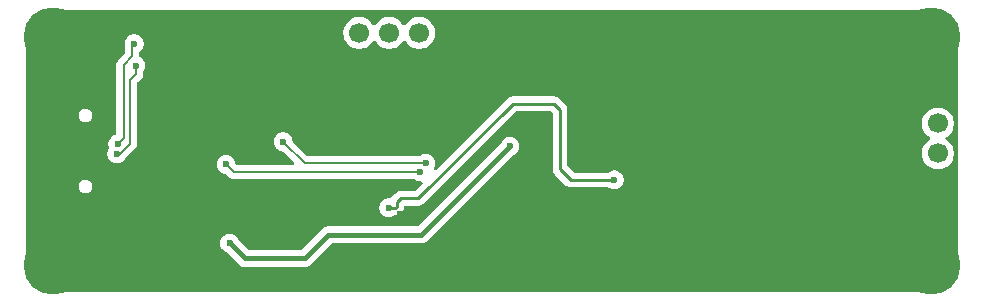
<source format=gbr>
%TF.GenerationSoftware,KiCad,Pcbnew,9.0.7*%
%TF.CreationDate,2026-02-18T00:38:32-05:00*%
%TF.ProjectId,RedPink_STM32C09_Board,52656450-696e-46b5-9f53-544d33324330,rev?*%
%TF.SameCoordinates,Original*%
%TF.FileFunction,Copper,L2,Bot*%
%TF.FilePolarity,Positive*%
%FSLAX46Y46*%
G04 Gerber Fmt 4.6, Leading zero omitted, Abs format (unit mm)*
G04 Created by KiCad (PCBNEW 9.0.7) date 2026-02-18 00:38:32*
%MOMM*%
%LPD*%
G01*
G04 APERTURE LIST*
%TA.AperFunction,ComponentPad*%
%ADD10R,1.700000X1.700000*%
%TD*%
%TA.AperFunction,ComponentPad*%
%ADD11C,1.700000*%
%TD*%
%TA.AperFunction,ComponentPad*%
%ADD12C,5.000000*%
%TD*%
%TA.AperFunction,ViaPad*%
%ADD13C,0.600000*%
%TD*%
%TA.AperFunction,Conductor*%
%ADD14C,0.250000*%
%TD*%
%TA.AperFunction,Conductor*%
%ADD15C,0.450000*%
%TD*%
%TA.AperFunction,Conductor*%
%ADD16C,0.200000*%
%TD*%
G04 APERTURE END LIST*
D10*
%TO.P,J4,1,Pin_1*%
%TO.N,VSS*%
X189500000Y-70250000D03*
D11*
%TO.P,J4,2,Pin_2*%
%TO.N,CANL*%
X189500000Y-67710000D03*
%TO.P,J4,3,Pin_3*%
%TO.N,CANH*%
X189500000Y-65170000D03*
%TD*%
D12*
%TO.P,H4,1,1*%
%TO.N,VSS*%
X114575000Y-77175000D03*
%TD*%
D10*
%TO.P,J2,1,Pin_1*%
%TO.N,VSS*%
X137965000Y-57500000D03*
D11*
%TO.P,J2,2,Pin_2*%
%TO.N,SWCLK*%
X140505000Y-57500000D03*
%TO.P,J2,3,Pin_3*%
%TO.N,SWDIO*%
X143045000Y-57500000D03*
%TO.P,J2,4,Pin_4*%
%TO.N,3V3*%
X145585000Y-57500000D03*
%TD*%
D12*
%TO.P,H3,1,1*%
%TO.N,VSS*%
X114575000Y-57825000D03*
%TD*%
%TO.P,H2,1,1*%
%TO.N,VSS*%
X188925000Y-77175000D03*
%TD*%
%TO.P,H1,1,1*%
%TO.N,VSS*%
X188925000Y-57825000D03*
%TD*%
D13*
%TO.N,VSS*%
X185150000Y-76000000D03*
X184400000Y-76725000D03*
X185168750Y-76725000D03*
X185168750Y-78275000D03*
X184400000Y-77450000D03*
X185168750Y-77450000D03*
X184400000Y-78275000D03*
X184381250Y-76000000D03*
X165703524Y-71505244D03*
X170316024Y-71505244D03*
X173397274Y-71505244D03*
X171859774Y-71505244D03*
X168778524Y-71505244D03*
X175703524Y-71505244D03*
X172628524Y-71505244D03*
X177241024Y-71505244D03*
X167241024Y-71505244D03*
X174934774Y-71505244D03*
X164934774Y-71505244D03*
X171084774Y-71505244D03*
X168009774Y-71505244D03*
X166472274Y-71505244D03*
X169547274Y-71505244D03*
X178009774Y-71505244D03*
X174166024Y-71505244D03*
X176472274Y-71505244D03*
X151843750Y-71500000D03*
X156456250Y-71500000D03*
X159537500Y-71500000D03*
X158000000Y-71500000D03*
X154918750Y-71500000D03*
X161843750Y-71500000D03*
X158768750Y-71500000D03*
X163381250Y-71500000D03*
X153381250Y-71500000D03*
X161075000Y-71500000D03*
X151075000Y-71500000D03*
X157225000Y-71500000D03*
X154150000Y-71500000D03*
X152612500Y-71500000D03*
X155687500Y-71500000D03*
X164150000Y-71500000D03*
X160306250Y-71500000D03*
X162612500Y-71500000D03*
X148756250Y-58175000D03*
X131706250Y-57475000D03*
X184856250Y-56725000D03*
X158737500Y-56725000D03*
X120318750Y-76375000D03*
X147925000Y-75325000D03*
X168656250Y-57450000D03*
X184106250Y-57450000D03*
X124162500Y-76375000D03*
X181800000Y-57450000D03*
X157218750Y-59000000D03*
X121087500Y-76375000D03*
X152600000Y-58175000D03*
X138431250Y-59818750D03*
X132475000Y-58200000D03*
X119568750Y-78650000D03*
X130168750Y-57475000D03*
X161043750Y-56725000D03*
X123400000Y-61925000D03*
X181800000Y-59000000D03*
X130168750Y-58200000D03*
X183337500Y-58175000D03*
X154137500Y-59000000D03*
X149525000Y-59000000D03*
X121106250Y-77100000D03*
X154118750Y-56725000D03*
X172500000Y-58175000D03*
X151831250Y-58175000D03*
X131687500Y-56750000D03*
X118800000Y-78650000D03*
X156450000Y-57450000D03*
X167100000Y-56725000D03*
X184106250Y-59000000D03*
X121025000Y-68950000D03*
X179775000Y-66250000D03*
X133225000Y-56750000D03*
X183337500Y-57450000D03*
X123393750Y-76375000D03*
X184087500Y-56725000D03*
X131706250Y-58200000D03*
X182568750Y-57450000D03*
X150293750Y-58175000D03*
X156450000Y-58175000D03*
X151043750Y-56725000D03*
X123200000Y-56700000D03*
X157218750Y-58175000D03*
X160293750Y-59000000D03*
X118031250Y-78650000D03*
X180243750Y-56725000D03*
X153350000Y-56725000D03*
X122643750Y-78650000D03*
X181800000Y-58175000D03*
X114050000Y-73725000D03*
X171712500Y-56725000D03*
X119568750Y-77825000D03*
X170193750Y-59000000D03*
X134012500Y-59025000D03*
X118031250Y-77825000D03*
X157987500Y-59000000D03*
X179493750Y-59000000D03*
X151831250Y-57450000D03*
X170943750Y-56725000D03*
X132456250Y-56750000D03*
X166706146Y-69880187D03*
X130937500Y-57475000D03*
X164025000Y-59500000D03*
X161062500Y-58175000D03*
X130918750Y-56750000D03*
X114050000Y-61000000D03*
X157987500Y-57450000D03*
X121875000Y-78650000D03*
X161812500Y-56725000D03*
X143925000Y-72825000D03*
X169425000Y-57450000D03*
X123412500Y-77100000D03*
X133243750Y-58200000D03*
X151062500Y-57450000D03*
X119500000Y-63750000D03*
X170175000Y-56725000D03*
X161831250Y-59000000D03*
X124181250Y-77100000D03*
X167118750Y-57450000D03*
X183337500Y-59000000D03*
X169425000Y-58175000D03*
X124181250Y-77825000D03*
X130937500Y-58200000D03*
X178725000Y-57450000D03*
X161831250Y-58175000D03*
X171731250Y-57450000D03*
X121856250Y-76375000D03*
X133993750Y-56750000D03*
X153368750Y-59000000D03*
X133675000Y-65400000D03*
X131706250Y-59025000D03*
X184875000Y-58175000D03*
X157987500Y-58175000D03*
X150293750Y-59000000D03*
X161062500Y-57450000D03*
X149506250Y-56725000D03*
X132475000Y-59025000D03*
X156431250Y-56725000D03*
X168656250Y-58175000D03*
X154525000Y-64500000D03*
X130150000Y-56750000D03*
X167118750Y-59000000D03*
X167868750Y-56725000D03*
X121106250Y-78650000D03*
X170962500Y-59000000D03*
X167887500Y-59000000D03*
X181781250Y-56725000D03*
X151812500Y-56725000D03*
X134012500Y-57475000D03*
X150293750Y-57450000D03*
X159525000Y-58175000D03*
X159506250Y-56725000D03*
X118781250Y-76375000D03*
X167887500Y-58175000D03*
X119650000Y-71475000D03*
X133243750Y-59025000D03*
X180262500Y-57450000D03*
X166350000Y-57450000D03*
X148756250Y-59000000D03*
X123412500Y-78650000D03*
X178706250Y-56725000D03*
X168656250Y-59000000D03*
X159525000Y-57450000D03*
X132475000Y-57475000D03*
X184106250Y-58175000D03*
X151831250Y-59000000D03*
X170962500Y-58175000D03*
X169406250Y-56725000D03*
X130168750Y-59025000D03*
X150275000Y-56725000D03*
X181012500Y-56725000D03*
X119568750Y-77100000D03*
X118000000Y-73775000D03*
X154906250Y-59000000D03*
X125312500Y-66562500D03*
X118800000Y-77825000D03*
X157218750Y-57450000D03*
X157200000Y-56725000D03*
X182568750Y-59000000D03*
X152600000Y-57450000D03*
X149525000Y-57450000D03*
X120337500Y-77100000D03*
X118031250Y-77100000D03*
X154137500Y-57450000D03*
X168637500Y-56725000D03*
X134025000Y-74975000D03*
X123412500Y-77825000D03*
X148737500Y-56725000D03*
X179493750Y-57450000D03*
X140725000Y-76250000D03*
X155681250Y-58175000D03*
X183318750Y-56725000D03*
X154137500Y-58175000D03*
X178725000Y-58175000D03*
X166350000Y-58175000D03*
X148400000Y-73800000D03*
X127275000Y-75175000D03*
X154906250Y-57450000D03*
X155681250Y-57450000D03*
X167118750Y-58175000D03*
X170962500Y-57450000D03*
X124181250Y-78650000D03*
X122643750Y-77825000D03*
X121106250Y-77825000D03*
X122643750Y-77100000D03*
X153368750Y-57450000D03*
X160293750Y-57450000D03*
X117975000Y-60925000D03*
X122625000Y-76375000D03*
X160293750Y-58175000D03*
X182568750Y-58175000D03*
X159525000Y-59000000D03*
X180262500Y-58175000D03*
X180262500Y-59000000D03*
X120337500Y-78650000D03*
X152600000Y-59000000D03*
X182550000Y-56725000D03*
X167887500Y-57450000D03*
X184875000Y-57450000D03*
X133243750Y-57475000D03*
X179475000Y-56725000D03*
X181031250Y-58175000D03*
X170193750Y-58175000D03*
X148756250Y-57450000D03*
X155681250Y-59000000D03*
X151062500Y-59000000D03*
X154906250Y-58175000D03*
X172500000Y-59000000D03*
X155662500Y-56725000D03*
X171731250Y-59000000D03*
X119550000Y-76375000D03*
X149525000Y-58175000D03*
X178725000Y-59000000D03*
X156275000Y-64500000D03*
X158756250Y-57450000D03*
X172500000Y-57450000D03*
X158756250Y-58175000D03*
X158756250Y-59000000D03*
X179493750Y-58175000D03*
X121875000Y-77100000D03*
X171731250Y-58175000D03*
X160275000Y-56725000D03*
X130937500Y-59025000D03*
X157968750Y-56725000D03*
X153368750Y-58175000D03*
X166350000Y-59000000D03*
X152581250Y-56725000D03*
X161062500Y-59000000D03*
X118012500Y-76375000D03*
X184875000Y-59000000D03*
X121875000Y-77825000D03*
X154887500Y-56725000D03*
X181031250Y-57450000D03*
X170193750Y-57450000D03*
X120337500Y-77825000D03*
X172481250Y-56725000D03*
X140000000Y-75550000D03*
X134012500Y-58200000D03*
X151062500Y-58175000D03*
X181031250Y-59000000D03*
X169425000Y-59000000D03*
X166331250Y-56725000D03*
X161831250Y-57450000D03*
X156450000Y-59000000D03*
X118800000Y-77100000D03*
%TO.N,5V*%
X153261510Y-67102518D03*
X129525000Y-75300000D03*
%TO.N,3V3*%
X143000000Y-72300000D03*
X162100000Y-69950000D03*
%TO.N,D+1*%
X120075000Y-66875000D03*
X121450000Y-58425000D03*
%TO.N,D-1*%
X119975000Y-67750000D03*
X121600000Y-60275000D03*
%TO.N,TXD*%
X129225000Y-68625000D03*
X145650000Y-69275000D03*
%TO.N,RXD*%
X146150000Y-68525000D03*
X134062500Y-66712500D03*
%TD*%
D14*
%TO.N,3V3*%
X158450000Y-69950000D02*
X162100000Y-69950000D01*
X157500000Y-69000000D02*
X158450000Y-69950000D01*
X157500000Y-64000000D02*
X157500000Y-69000000D01*
X153500000Y-63500000D02*
X157000000Y-63500000D01*
X157000000Y-63500000D02*
X157500000Y-64000000D01*
X143665702Y-72199000D02*
X143665702Y-71834298D01*
X143564702Y-72300000D02*
X143665702Y-72199000D01*
X143665702Y-71834298D02*
X144000000Y-71500000D01*
X144000000Y-71500000D02*
X145500000Y-71500000D01*
X143000000Y-72300000D02*
X143564702Y-72300000D01*
X145500000Y-71500000D02*
X153500000Y-63500000D01*
D15*
%TO.N,5V*%
X135900000Y-76600000D02*
X137900000Y-74600000D01*
X130825000Y-76600000D02*
X135900000Y-76600000D01*
X146607014Y-73757014D02*
X147194514Y-73169514D01*
X137900000Y-74600000D02*
X145764028Y-74600000D01*
X129525000Y-75300000D02*
X130825000Y-76600000D01*
X147100000Y-73264028D02*
X147194514Y-73169514D01*
X145764028Y-74600000D02*
X146182014Y-74182014D01*
X146182014Y-74182014D02*
X146607014Y-73757014D01*
X147194514Y-73169514D02*
X153261510Y-67102518D01*
D16*
%TO.N,D+1*%
X121300000Y-59462500D02*
X120550000Y-60212500D01*
X120550000Y-66400000D02*
X120075000Y-66875000D01*
X121300000Y-58575000D02*
X121300000Y-59462500D01*
X121450000Y-58425000D02*
X121300000Y-58575000D01*
X120550000Y-60212500D02*
X120550000Y-66400000D01*
%TO.N,D-1*%
X120225000Y-67750000D02*
X119975000Y-67750000D01*
X121600000Y-60962500D02*
X121100000Y-61462500D01*
X121600000Y-60275000D02*
X121600000Y-60962500D01*
X121100000Y-61462500D02*
X121100000Y-66875000D01*
X121100000Y-66875000D02*
X120225000Y-67750000D01*
%TO.N,TXD*%
X145650000Y-69275000D02*
X129875000Y-69275000D01*
X129875000Y-69275000D02*
X129225000Y-68625000D01*
X129225000Y-68625000D02*
X129175000Y-68575000D01*
%TO.N,RXD*%
X135875000Y-68525000D02*
X134062500Y-66712500D01*
X146150000Y-68525000D02*
X135875000Y-68525000D01*
X134062500Y-66712500D02*
X134050000Y-66700000D01*
%TD*%
%TA.AperFunction,Conductor*%
%TO.N,VSS*%
G36*
X189235760Y-55552531D02*
G01*
X189340798Y-55571780D01*
X189355335Y-55575363D01*
X189629172Y-55660695D01*
X189643163Y-55666000D01*
X189904743Y-55783727D01*
X189917989Y-55790680D01*
X190163465Y-55939075D01*
X190175776Y-55947573D01*
X190401573Y-56124473D01*
X190412781Y-56134403D01*
X190615596Y-56337218D01*
X190625526Y-56348426D01*
X190802422Y-56574217D01*
X190810928Y-56586540D01*
X190959316Y-56832004D01*
X190966275Y-56845263D01*
X191083997Y-57106831D01*
X191089306Y-57120832D01*
X191174635Y-57394663D01*
X191178219Y-57409201D01*
X191222469Y-57650660D01*
X191224500Y-57673012D01*
X191224500Y-77326986D01*
X191222469Y-77349338D01*
X191178219Y-77590798D01*
X191174635Y-77605336D01*
X191089306Y-77879167D01*
X191083997Y-77893168D01*
X190966275Y-78154736D01*
X190959316Y-78167995D01*
X190810928Y-78413459D01*
X190802422Y-78425782D01*
X190625526Y-78651573D01*
X190615596Y-78662781D01*
X190412781Y-78865596D01*
X190401573Y-78875526D01*
X190175782Y-79052422D01*
X190163459Y-79060928D01*
X189917995Y-79209316D01*
X189904736Y-79216275D01*
X189643168Y-79333997D01*
X189629167Y-79339306D01*
X189355336Y-79424635D01*
X189340799Y-79428219D01*
X189259004Y-79443209D01*
X189235758Y-79447469D01*
X189213408Y-79449500D01*
X114286592Y-79449500D01*
X114264241Y-79447469D01*
X114235870Y-79442270D01*
X114159200Y-79428219D01*
X114144663Y-79424635D01*
X113870832Y-79339306D01*
X113856831Y-79333997D01*
X113595263Y-79216275D01*
X113582004Y-79209316D01*
X113336540Y-79060928D01*
X113324217Y-79052422D01*
X113098426Y-78875526D01*
X113087218Y-78865596D01*
X112884403Y-78662781D01*
X112874473Y-78651573D01*
X112697577Y-78425782D01*
X112689075Y-78413465D01*
X112540680Y-78167989D01*
X112533727Y-78154743D01*
X112416000Y-77893163D01*
X112410693Y-77879167D01*
X112331115Y-77623791D01*
X112325500Y-77586901D01*
X112325500Y-75221153D01*
X128724500Y-75221153D01*
X128724500Y-75378846D01*
X128755261Y-75533489D01*
X128755264Y-75533501D01*
X128815602Y-75679172D01*
X128815609Y-75679185D01*
X128903210Y-75810288D01*
X128903213Y-75810292D01*
X129014707Y-75921786D01*
X129014711Y-75921789D01*
X129145817Y-76009392D01*
X129145819Y-76009392D01*
X129145821Y-76009394D01*
X129229830Y-76044191D01*
X129270059Y-76071071D01*
X130362515Y-77163528D01*
X130362522Y-77163534D01*
X130481344Y-77242928D01*
X130481349Y-77242930D01*
X130613380Y-77297619D01*
X130613384Y-77297619D01*
X130613385Y-77297620D01*
X130753542Y-77325500D01*
X130753545Y-77325500D01*
X135971457Y-77325500D01*
X136065751Y-77306742D01*
X136111620Y-77297619D01*
X136243653Y-77242929D01*
X136318099Y-77193186D01*
X136362480Y-77163532D01*
X138164193Y-75361819D01*
X138225516Y-75328334D01*
X138251874Y-75325500D01*
X145835485Y-75325500D01*
X145929779Y-75306742D01*
X145975648Y-75297619D01*
X146107681Y-75242929D01*
X146140264Y-75221158D01*
X146226508Y-75163532D01*
X146745546Y-74644494D01*
X146745546Y-74644493D01*
X147059284Y-74330753D01*
X147059289Y-74330750D01*
X147069492Y-74320546D01*
X147069494Y-74320546D01*
X147758046Y-73631994D01*
X153516451Y-67873587D01*
X153556673Y-67846711D01*
X153640689Y-67811912D01*
X153771799Y-67724307D01*
X153883299Y-67612807D01*
X153970904Y-67481697D01*
X154031247Y-67336015D01*
X154062010Y-67181360D01*
X154062010Y-67023676D01*
X154062010Y-67023673D01*
X154062009Y-67023671D01*
X154048119Y-66953842D01*
X154031247Y-66869021D01*
X154022365Y-66847577D01*
X153970907Y-66723345D01*
X153970900Y-66723332D01*
X153883299Y-66592229D01*
X153883296Y-66592225D01*
X153771802Y-66480731D01*
X153771798Y-66480728D01*
X153640695Y-66393127D01*
X153640682Y-66393120D01*
X153495011Y-66332782D01*
X153494999Y-66332779D01*
X153340355Y-66302018D01*
X153340352Y-66302018D01*
X153182668Y-66302018D01*
X153182665Y-66302018D01*
X153028020Y-66332779D01*
X153028008Y-66332782D01*
X152882337Y-66393120D01*
X152882324Y-66393127D01*
X152751221Y-66480728D01*
X152751217Y-66480731D01*
X152639723Y-66592225D01*
X152639720Y-66592229D01*
X152552119Y-66723332D01*
X152552116Y-66723338D01*
X152517317Y-66807350D01*
X152490437Y-66847577D01*
X146732034Y-72605982D01*
X146043480Y-73294536D01*
X145702093Y-73635922D01*
X145702092Y-73635923D01*
X145499835Y-73838181D01*
X145438512Y-73871666D01*
X145412154Y-73874500D01*
X137828543Y-73874500D01*
X137688385Y-73902379D01*
X137688379Y-73902381D01*
X137556348Y-73957070D01*
X137437517Y-74036469D01*
X137437516Y-74036470D01*
X135635807Y-75838181D01*
X135574484Y-75871666D01*
X135548126Y-75874500D01*
X131176874Y-75874500D01*
X131109835Y-75854815D01*
X131089193Y-75838181D01*
X130296071Y-75045059D01*
X130269191Y-75004830D01*
X130234396Y-74920827D01*
X130234394Y-74920821D01*
X130234392Y-74920819D01*
X130234392Y-74920817D01*
X130146789Y-74789711D01*
X130146786Y-74789707D01*
X130035292Y-74678213D01*
X130035288Y-74678210D01*
X129904185Y-74590609D01*
X129904172Y-74590602D01*
X129758501Y-74530264D01*
X129758489Y-74530261D01*
X129603845Y-74499500D01*
X129603842Y-74499500D01*
X129446158Y-74499500D01*
X129446155Y-74499500D01*
X129291510Y-74530261D01*
X129291498Y-74530264D01*
X129145827Y-74590602D01*
X129145814Y-74590609D01*
X129014711Y-74678210D01*
X129014707Y-74678213D01*
X128903213Y-74789707D01*
X128903210Y-74789711D01*
X128815609Y-74920814D01*
X128815602Y-74920827D01*
X128755264Y-75066498D01*
X128755261Y-75066510D01*
X128724500Y-75221153D01*
X112325500Y-75221153D01*
X112325500Y-70424234D01*
X116762500Y-70424234D01*
X116762500Y-70575765D01*
X116801719Y-70722136D01*
X116839602Y-70787750D01*
X116877485Y-70853365D01*
X116984635Y-70960515D01*
X117115865Y-71036281D01*
X117262234Y-71075500D01*
X117262236Y-71075500D01*
X117413764Y-71075500D01*
X117413766Y-71075500D01*
X117560135Y-71036281D01*
X117691365Y-70960515D01*
X117798515Y-70853365D01*
X117874281Y-70722135D01*
X117913500Y-70575766D01*
X117913500Y-70424234D01*
X117874281Y-70277865D01*
X117798515Y-70146635D01*
X117691365Y-70039485D01*
X117625750Y-70001602D01*
X117560136Y-69963719D01*
X117486950Y-69944109D01*
X117413766Y-69924500D01*
X117262234Y-69924500D01*
X117115863Y-69963719D01*
X116984635Y-70039485D01*
X116984632Y-70039487D01*
X116877487Y-70146632D01*
X116877485Y-70146635D01*
X116801719Y-70277863D01*
X116762500Y-70424234D01*
X112325500Y-70424234D01*
X112325500Y-67671153D01*
X119174500Y-67671153D01*
X119174500Y-67828846D01*
X119205261Y-67983489D01*
X119205264Y-67983501D01*
X119265602Y-68129172D01*
X119265609Y-68129185D01*
X119353210Y-68260288D01*
X119353213Y-68260292D01*
X119464707Y-68371786D01*
X119464711Y-68371789D01*
X119595814Y-68459390D01*
X119595827Y-68459397D01*
X119741498Y-68519735D01*
X119741503Y-68519737D01*
X119896153Y-68550499D01*
X119896156Y-68550500D01*
X119896158Y-68550500D01*
X120053844Y-68550500D01*
X120053845Y-68550499D01*
X120075694Y-68546153D01*
X128424500Y-68546153D01*
X128424500Y-68703846D01*
X128455261Y-68858489D01*
X128455264Y-68858501D01*
X128515602Y-69004172D01*
X128515609Y-69004185D01*
X128603210Y-69135288D01*
X128603213Y-69135292D01*
X128714707Y-69246786D01*
X128714711Y-69246789D01*
X128845814Y-69334390D01*
X128845827Y-69334397D01*
X128991498Y-69394735D01*
X128991503Y-69394737D01*
X129056147Y-69407595D01*
X129146849Y-69425638D01*
X129208760Y-69458023D01*
X129210339Y-69459574D01*
X129390139Y-69639374D01*
X129390149Y-69639385D01*
X129394479Y-69643715D01*
X129394480Y-69643716D01*
X129506284Y-69755520D01*
X129557847Y-69785289D01*
X129593095Y-69805639D01*
X129593097Y-69805641D01*
X129631151Y-69827611D01*
X129643215Y-69834577D01*
X129795943Y-69875501D01*
X129795946Y-69875501D01*
X129961653Y-69875501D01*
X129961669Y-69875500D01*
X145070234Y-69875500D01*
X145137273Y-69895185D01*
X145139125Y-69896398D01*
X145270814Y-69984390D01*
X145270827Y-69984397D01*
X145378138Y-70028846D01*
X145416503Y-70044737D01*
X145571078Y-70075484D01*
X145571153Y-70075499D01*
X145571156Y-70075500D01*
X145571158Y-70075500D01*
X145728831Y-70075500D01*
X145728842Y-70075500D01*
X145728852Y-70075497D01*
X145728993Y-70075484D01*
X145729077Y-70075500D01*
X145734934Y-70075500D01*
X145734934Y-70076610D01*
X145797641Y-70088496D01*
X145848356Y-70136555D01*
X145865038Y-70204404D01*
X145842390Y-70270501D01*
X145828842Y-70286567D01*
X145277229Y-70838181D01*
X145215906Y-70871666D01*
X145189548Y-70874500D01*
X143938389Y-70874500D01*
X143887535Y-70884615D01*
X143887530Y-70884616D01*
X143877971Y-70886518D01*
X143817548Y-70898537D01*
X143770397Y-70918067D01*
X143703715Y-70945688D01*
X143703714Y-70945689D01*
X143681347Y-70960633D01*
X143681344Y-70960635D01*
X143601268Y-71014140D01*
X143579129Y-71036280D01*
X143514142Y-71101267D01*
X143179846Y-71435562D01*
X143179841Y-71435568D01*
X143173948Y-71444389D01*
X143120337Y-71489195D01*
X143070845Y-71499500D01*
X142921155Y-71499500D01*
X142766510Y-71530261D01*
X142766498Y-71530264D01*
X142620827Y-71590602D01*
X142620814Y-71590609D01*
X142489711Y-71678210D01*
X142489707Y-71678213D01*
X142378213Y-71789707D01*
X142378210Y-71789711D01*
X142290609Y-71920814D01*
X142290602Y-71920827D01*
X142230264Y-72066498D01*
X142230261Y-72066510D01*
X142199500Y-72221153D01*
X142199500Y-72378846D01*
X142230261Y-72533489D01*
X142230264Y-72533501D01*
X142290602Y-72679172D01*
X142290609Y-72679185D01*
X142378210Y-72810288D01*
X142378213Y-72810292D01*
X142489707Y-72921786D01*
X142489711Y-72921789D01*
X142620814Y-73009390D01*
X142620827Y-73009397D01*
X142766498Y-73069735D01*
X142766503Y-73069737D01*
X142921153Y-73100499D01*
X142921156Y-73100500D01*
X142921158Y-73100500D01*
X143078844Y-73100500D01*
X143078845Y-73100499D01*
X143233497Y-73069737D01*
X143379179Y-73009394D01*
X143473459Y-72946398D01*
X143487715Y-72941400D01*
X143497414Y-72933929D01*
X143522404Y-72929241D01*
X143531794Y-72925950D01*
X143537061Y-72925500D01*
X143626309Y-72925500D01*
X143686731Y-72913481D01*
X143747154Y-72901463D01*
X143747157Y-72901461D01*
X143747160Y-72901461D01*
X143780489Y-72887654D01*
X143780488Y-72887654D01*
X143780494Y-72887652D01*
X143860988Y-72854312D01*
X143926871Y-72810289D01*
X143963435Y-72785858D01*
X144050560Y-72698733D01*
X144050560Y-72698732D01*
X144050561Y-72698732D01*
X144101060Y-72648232D01*
X144151560Y-72597733D01*
X144220014Y-72495285D01*
X144267165Y-72381451D01*
X144291203Y-72260606D01*
X144291203Y-72249500D01*
X144310888Y-72182461D01*
X144363692Y-72136706D01*
X144415203Y-72125500D01*
X145561608Y-72125500D01*
X145561608Y-72125499D01*
X145638245Y-72110256D01*
X145682452Y-72101463D01*
X145715792Y-72087652D01*
X145796286Y-72054312D01*
X145852802Y-72016548D01*
X145898733Y-71985858D01*
X145985858Y-71898733D01*
X145985858Y-71898731D01*
X145996066Y-71888524D01*
X145996067Y-71888521D01*
X153722772Y-64161819D01*
X153784095Y-64128334D01*
X153810453Y-64125500D01*
X156689548Y-64125500D01*
X156718988Y-64134144D01*
X156748975Y-64140668D01*
X156753990Y-64144422D01*
X156756587Y-64145185D01*
X156777229Y-64161819D01*
X156838181Y-64222771D01*
X156871666Y-64284094D01*
X156874500Y-64310452D01*
X156874500Y-69061610D01*
X156898535Y-69182444D01*
X156898537Y-69182452D01*
X156912347Y-69215792D01*
X156945688Y-69296286D01*
X156971152Y-69334394D01*
X156975428Y-69340794D01*
X156975431Y-69340799D01*
X157014141Y-69398732D01*
X157014144Y-69398736D01*
X157105586Y-69490178D01*
X157105608Y-69490198D01*
X157961016Y-70345606D01*
X157961045Y-70345637D01*
X158051264Y-70435856D01*
X158087829Y-70460288D01*
X158087831Y-70460289D01*
X158153715Y-70504312D01*
X158207198Y-70526465D01*
X158267548Y-70551463D01*
X158327971Y-70563481D01*
X158388393Y-70575500D01*
X158388394Y-70575500D01*
X161557650Y-70575500D01*
X161624689Y-70595185D01*
X161626541Y-70596398D01*
X161720821Y-70659394D01*
X161720823Y-70659395D01*
X161720827Y-70659397D01*
X161866498Y-70719735D01*
X161866503Y-70719737D01*
X162021153Y-70750499D01*
X162021156Y-70750500D01*
X162021158Y-70750500D01*
X162178844Y-70750500D01*
X162178845Y-70750499D01*
X162333497Y-70719737D01*
X162479179Y-70659394D01*
X162610289Y-70571789D01*
X162721789Y-70460289D01*
X162809394Y-70329179D01*
X162869737Y-70183497D01*
X162900500Y-70028842D01*
X162900500Y-69871158D01*
X162900500Y-69871155D01*
X162900499Y-69871153D01*
X162869737Y-69716503D01*
X162837794Y-69639385D01*
X162809397Y-69570827D01*
X162809390Y-69570814D01*
X162721789Y-69439711D01*
X162721786Y-69439707D01*
X162610292Y-69328213D01*
X162610288Y-69328210D01*
X162479185Y-69240609D01*
X162479172Y-69240602D01*
X162333501Y-69180264D01*
X162333489Y-69180261D01*
X162178845Y-69149500D01*
X162178842Y-69149500D01*
X162021158Y-69149500D01*
X162021155Y-69149500D01*
X161866510Y-69180261D01*
X161866498Y-69180264D01*
X161720827Y-69240602D01*
X161720815Y-69240609D01*
X161626541Y-69303602D01*
X161559864Y-69324480D01*
X161557650Y-69324500D01*
X158760452Y-69324500D01*
X158693413Y-69304815D01*
X158672771Y-69288181D01*
X158161819Y-68777229D01*
X158128334Y-68715906D01*
X158125500Y-68689548D01*
X158125500Y-65063713D01*
X188149500Y-65063713D01*
X188149500Y-65276286D01*
X188182753Y-65486239D01*
X188248444Y-65688414D01*
X188344951Y-65877820D01*
X188469890Y-66049786D01*
X188620213Y-66200109D01*
X188792182Y-66325050D01*
X188800946Y-66329516D01*
X188851742Y-66377491D01*
X188868536Y-66445312D01*
X188845998Y-66511447D01*
X188800946Y-66550484D01*
X188792182Y-66554949D01*
X188620213Y-66679890D01*
X188469890Y-66830213D01*
X188344951Y-67002179D01*
X188248444Y-67191585D01*
X188182753Y-67393760D01*
X188149500Y-67603713D01*
X188149500Y-67816286D01*
X188175983Y-67983497D01*
X188182754Y-68026243D01*
X188229940Y-68171467D01*
X188248444Y-68228414D01*
X188344951Y-68417820D01*
X188469890Y-68589786D01*
X188620213Y-68740109D01*
X188792179Y-68865048D01*
X188792181Y-68865049D01*
X188792184Y-68865051D01*
X188981588Y-68961557D01*
X189183757Y-69027246D01*
X189393713Y-69060500D01*
X189393714Y-69060500D01*
X189606286Y-69060500D01*
X189606287Y-69060500D01*
X189816243Y-69027246D01*
X190018412Y-68961557D01*
X190207816Y-68865051D01*
X190229789Y-68849086D01*
X190379786Y-68740109D01*
X190379788Y-68740106D01*
X190379792Y-68740104D01*
X190530104Y-68589792D01*
X190530106Y-68589788D01*
X190530109Y-68589786D01*
X190655048Y-68417820D01*
X190655047Y-68417820D01*
X190655051Y-68417816D01*
X190751557Y-68228412D01*
X190817246Y-68026243D01*
X190850500Y-67816287D01*
X190850500Y-67603713D01*
X190817246Y-67393757D01*
X190751557Y-67191588D01*
X190655051Y-67002184D01*
X190655049Y-67002181D01*
X190655048Y-67002179D01*
X190530109Y-66830213D01*
X190379786Y-66679890D01*
X190207820Y-66554951D01*
X190207115Y-66554591D01*
X190199054Y-66550485D01*
X190148259Y-66502512D01*
X190131463Y-66434692D01*
X190153999Y-66368556D01*
X190199054Y-66329515D01*
X190207816Y-66325051D01*
X190239518Y-66302018D01*
X190379786Y-66200109D01*
X190379788Y-66200106D01*
X190379792Y-66200104D01*
X190530104Y-66049792D01*
X190530106Y-66049788D01*
X190530109Y-66049786D01*
X190655048Y-65877820D01*
X190655047Y-65877820D01*
X190655051Y-65877816D01*
X190751557Y-65688412D01*
X190817246Y-65486243D01*
X190850500Y-65276287D01*
X190850500Y-65063713D01*
X190817246Y-64853757D01*
X190751557Y-64651588D01*
X190655051Y-64462184D01*
X190655049Y-64462181D01*
X190655048Y-64462179D01*
X190530109Y-64290213D01*
X190379786Y-64139890D01*
X190207820Y-64014951D01*
X190018414Y-63918444D01*
X190018413Y-63918443D01*
X190018412Y-63918443D01*
X189816243Y-63852754D01*
X189816241Y-63852753D01*
X189816240Y-63852753D01*
X189654957Y-63827208D01*
X189606287Y-63819500D01*
X189393713Y-63819500D01*
X189345042Y-63827208D01*
X189183760Y-63852753D01*
X188981585Y-63918444D01*
X188792179Y-64014951D01*
X188620213Y-64139890D01*
X188469890Y-64290213D01*
X188344951Y-64462179D01*
X188248444Y-64651585D01*
X188182753Y-64853760D01*
X188149500Y-65063713D01*
X158125500Y-65063713D01*
X158125500Y-63938389D01*
X158122737Y-63924502D01*
X158122736Y-63924497D01*
X158101464Y-63817556D01*
X158101463Y-63817549D01*
X158054312Y-63703715D01*
X158037256Y-63678190D01*
X157985858Y-63601267D01*
X157898733Y-63514142D01*
X157898729Y-63514139D01*
X157490198Y-63105608D01*
X157490178Y-63105586D01*
X157398733Y-63014141D01*
X157353325Y-62983801D01*
X157353324Y-62983800D01*
X157347509Y-62979915D01*
X157296286Y-62945688D01*
X157215792Y-62912347D01*
X157200457Y-62905995D01*
X157182453Y-62898537D01*
X157172427Y-62896543D01*
X157122029Y-62886518D01*
X157061610Y-62874500D01*
X157061607Y-62874500D01*
X157061606Y-62874500D01*
X153561606Y-62874500D01*
X153438393Y-62874500D01*
X153438388Y-62874500D01*
X153317555Y-62898535D01*
X153317547Y-62898537D01*
X153203716Y-62945687D01*
X153101265Y-63014142D01*
X153101262Y-63014145D01*
X147041154Y-69074255D01*
X146979831Y-69107740D01*
X146910139Y-69102756D01*
X146854206Y-69060884D01*
X146829789Y-68995420D01*
X146844641Y-68927147D01*
X146850372Y-68917681D01*
X146859394Y-68904179D01*
X146919737Y-68758497D01*
X146950500Y-68603842D01*
X146950500Y-68446158D01*
X146950500Y-68446155D01*
X146950499Y-68446153D01*
X146919738Y-68291510D01*
X146919737Y-68291503D01*
X146906808Y-68260289D01*
X146859397Y-68145827D01*
X146859390Y-68145814D01*
X146771789Y-68014711D01*
X146771786Y-68014707D01*
X146660292Y-67903213D01*
X146660288Y-67903210D01*
X146529185Y-67815609D01*
X146529172Y-67815602D01*
X146383501Y-67755264D01*
X146383489Y-67755261D01*
X146228845Y-67724500D01*
X146228842Y-67724500D01*
X146071158Y-67724500D01*
X146071155Y-67724500D01*
X145916510Y-67755261D01*
X145916498Y-67755264D01*
X145770827Y-67815602D01*
X145770814Y-67815609D01*
X145639125Y-67903602D01*
X145572447Y-67924480D01*
X145570234Y-67924500D01*
X136175097Y-67924500D01*
X136108058Y-67904815D01*
X136087416Y-67888181D01*
X134897074Y-66697839D01*
X134863589Y-66636516D01*
X134863138Y-66634349D01*
X134845095Y-66543647D01*
X134832237Y-66479003D01*
X134813883Y-66434692D01*
X134771897Y-66333327D01*
X134771890Y-66333314D01*
X134684289Y-66202211D01*
X134684286Y-66202207D01*
X134572792Y-66090713D01*
X134572788Y-66090710D01*
X134441685Y-66003109D01*
X134441672Y-66003102D01*
X134296001Y-65942764D01*
X134295989Y-65942761D01*
X134141345Y-65912000D01*
X134141342Y-65912000D01*
X133983658Y-65912000D01*
X133983655Y-65912000D01*
X133829010Y-65942761D01*
X133828998Y-65942764D01*
X133683327Y-66003102D01*
X133683314Y-66003109D01*
X133552211Y-66090710D01*
X133552207Y-66090713D01*
X133440713Y-66202207D01*
X133440710Y-66202211D01*
X133353109Y-66333314D01*
X133353102Y-66333327D01*
X133292764Y-66478998D01*
X133292761Y-66479010D01*
X133262000Y-66633653D01*
X133262000Y-66791346D01*
X133292761Y-66945989D01*
X133292763Y-66945997D01*
X133353102Y-67091672D01*
X133353109Y-67091685D01*
X133440710Y-67222788D01*
X133440713Y-67222792D01*
X133552207Y-67334286D01*
X133552211Y-67334289D01*
X133683314Y-67421890D01*
X133683327Y-67421897D01*
X133827682Y-67481690D01*
X133829003Y-67482237D01*
X133893647Y-67495095D01*
X133984349Y-67513138D01*
X134046260Y-67545523D01*
X134047839Y-67547074D01*
X134963584Y-68462819D01*
X134997069Y-68524142D01*
X134992085Y-68593834D01*
X134950213Y-68649767D01*
X134884749Y-68674184D01*
X134875903Y-68674500D01*
X130175097Y-68674500D01*
X130145656Y-68665855D01*
X130115670Y-68659332D01*
X130110654Y-68655577D01*
X130108058Y-68654815D01*
X130087416Y-68638181D01*
X130059574Y-68610339D01*
X130026089Y-68549016D01*
X130025638Y-68546849D01*
X129994738Y-68391510D01*
X129994737Y-68391503D01*
X129940389Y-68260294D01*
X129934397Y-68245827D01*
X129934390Y-68245814D01*
X129846789Y-68114711D01*
X129846786Y-68114707D01*
X129735292Y-68003213D01*
X129735288Y-68003210D01*
X129604185Y-67915609D01*
X129604172Y-67915602D01*
X129458501Y-67855264D01*
X129458489Y-67855261D01*
X129303845Y-67824500D01*
X129303842Y-67824500D01*
X129146158Y-67824500D01*
X129146155Y-67824500D01*
X128991510Y-67855261D01*
X128991498Y-67855264D01*
X128845827Y-67915602D01*
X128845814Y-67915609D01*
X128714711Y-68003210D01*
X128714707Y-68003213D01*
X128603213Y-68114707D01*
X128603210Y-68114711D01*
X128515609Y-68245814D01*
X128515602Y-68245827D01*
X128455264Y-68391498D01*
X128455261Y-68391510D01*
X128424500Y-68546153D01*
X120075694Y-68546153D01*
X120208497Y-68519737D01*
X120354179Y-68459394D01*
X120354185Y-68459390D01*
X120387749Y-68436964D01*
X120455792Y-68391498D01*
X120485289Y-68371789D01*
X120596789Y-68260289D01*
X120618088Y-68228412D01*
X120656138Y-68171467D01*
X120671557Y-68152678D01*
X120678421Y-68145814D01*
X120705520Y-68118716D01*
X120705521Y-68118713D01*
X121458506Y-67365728D01*
X121458511Y-67365724D01*
X121468714Y-67355520D01*
X121468716Y-67355520D01*
X121580520Y-67243716D01*
X121634915Y-67149500D01*
X121659577Y-67106785D01*
X121700501Y-66954057D01*
X121700501Y-66795943D01*
X121700501Y-66788348D01*
X121700500Y-66788330D01*
X121700500Y-61762597D01*
X121720185Y-61695558D01*
X121736819Y-61674916D01*
X122080520Y-61331216D01*
X122159577Y-61194284D01*
X122200501Y-61041557D01*
X122200501Y-60883442D01*
X122200501Y-60875847D01*
X122200500Y-60875829D01*
X122200500Y-60854765D01*
X122220185Y-60787726D01*
X122221398Y-60785874D01*
X122309390Y-60654185D01*
X122309390Y-60654184D01*
X122309394Y-60654179D01*
X122369737Y-60508497D01*
X122400500Y-60353842D01*
X122400500Y-60196158D01*
X122400500Y-60196155D01*
X122400499Y-60196153D01*
X122369737Y-60041503D01*
X122344557Y-59980713D01*
X122309397Y-59895827D01*
X122309390Y-59895814D01*
X122221789Y-59764711D01*
X122221786Y-59764707D01*
X122110292Y-59653213D01*
X122110288Y-59653210D01*
X121979185Y-59565609D01*
X121979169Y-59565601D01*
X121977038Y-59564718D01*
X121976094Y-59563957D01*
X121973809Y-59562736D01*
X121974040Y-59562302D01*
X121922638Y-59520873D01*
X121900579Y-59454577D01*
X121900500Y-59450161D01*
X121900500Y-59153017D01*
X121920185Y-59085978D01*
X121955612Y-59049913D01*
X121960289Y-59046789D01*
X122071789Y-58935289D01*
X122159394Y-58804179D01*
X122219737Y-58658497D01*
X122250500Y-58503842D01*
X122250500Y-58346158D01*
X122250500Y-58346155D01*
X122250499Y-58346153D01*
X122219737Y-58191503D01*
X122219735Y-58191498D01*
X122159397Y-58045827D01*
X122159390Y-58045814D01*
X122071789Y-57914711D01*
X122071786Y-57914707D01*
X121960292Y-57803213D01*
X121960288Y-57803210D01*
X121829185Y-57715609D01*
X121829172Y-57715602D01*
X121683501Y-57655264D01*
X121683489Y-57655261D01*
X121528845Y-57624500D01*
X121528842Y-57624500D01*
X121371158Y-57624500D01*
X121371155Y-57624500D01*
X121216510Y-57655261D01*
X121216498Y-57655264D01*
X121070827Y-57715602D01*
X121070814Y-57715609D01*
X120939711Y-57803210D01*
X120939707Y-57803213D01*
X120828213Y-57914707D01*
X120828210Y-57914711D01*
X120740609Y-58045814D01*
X120740602Y-58045827D01*
X120680264Y-58191498D01*
X120680261Y-58191510D01*
X120649500Y-58346153D01*
X120649500Y-58503846D01*
X120680261Y-58658489D01*
X120680263Y-58658497D01*
X120690061Y-58682151D01*
X120699500Y-58729604D01*
X120699500Y-59162402D01*
X120679815Y-59229441D01*
X120663181Y-59250083D01*
X120183210Y-59730053D01*
X120183199Y-59730064D01*
X120181286Y-59731978D01*
X120181284Y-59731980D01*
X120069480Y-59843784D01*
X120059927Y-59860331D01*
X119990423Y-59980715D01*
X119949499Y-60133443D01*
X119949499Y-60133445D01*
X119949499Y-60301546D01*
X119949500Y-60301559D01*
X119949500Y-65982016D01*
X119929815Y-66049055D01*
X119877011Y-66094810D01*
X119849696Y-66103632D01*
X119841512Y-66105260D01*
X119841500Y-66105263D01*
X119695827Y-66165602D01*
X119695814Y-66165609D01*
X119564711Y-66253210D01*
X119564707Y-66253213D01*
X119453213Y-66364707D01*
X119453210Y-66364711D01*
X119365609Y-66495814D01*
X119365602Y-66495827D01*
X119305264Y-66641498D01*
X119305261Y-66641510D01*
X119274500Y-66796153D01*
X119274500Y-66953846D01*
X119305261Y-67108489D01*
X119305263Y-67108497D01*
X119331799Y-67172560D01*
X119339268Y-67242030D01*
X119320341Y-67288903D01*
X119265608Y-67370816D01*
X119265602Y-67370827D01*
X119205264Y-67516498D01*
X119205261Y-67516510D01*
X119174500Y-67671153D01*
X112325500Y-67671153D01*
X112325500Y-64424234D01*
X116762500Y-64424234D01*
X116762500Y-64575765D01*
X116801719Y-64722136D01*
X116839602Y-64787750D01*
X116877485Y-64853365D01*
X116984635Y-64960515D01*
X117115865Y-65036281D01*
X117262234Y-65075500D01*
X117262236Y-65075500D01*
X117413764Y-65075500D01*
X117413766Y-65075500D01*
X117560135Y-65036281D01*
X117691365Y-64960515D01*
X117798515Y-64853365D01*
X117874281Y-64722135D01*
X117913500Y-64575766D01*
X117913500Y-64424234D01*
X117874281Y-64277865D01*
X117798515Y-64146635D01*
X117691365Y-64039485D01*
X117625750Y-64001602D01*
X117560136Y-63963719D01*
X117486950Y-63944109D01*
X117413766Y-63924500D01*
X117262234Y-63924500D01*
X117115863Y-63963719D01*
X116984635Y-64039485D01*
X116984632Y-64039487D01*
X116877487Y-64146632D01*
X116877485Y-64146635D01*
X116801719Y-64277863D01*
X116762500Y-64424234D01*
X112325500Y-64424234D01*
X112325500Y-57413098D01*
X112325706Y-57411741D01*
X112325517Y-57411054D01*
X112328303Y-57393713D01*
X139154500Y-57393713D01*
X139154500Y-57606286D01*
X139185689Y-57803210D01*
X139187754Y-57816243D01*
X139219748Y-57914711D01*
X139253444Y-58018414D01*
X139349951Y-58207820D01*
X139474890Y-58379786D01*
X139625213Y-58530109D01*
X139797179Y-58655048D01*
X139797181Y-58655049D01*
X139797184Y-58655051D01*
X139986588Y-58751557D01*
X140188757Y-58817246D01*
X140398713Y-58850500D01*
X140398714Y-58850500D01*
X140611286Y-58850500D01*
X140611287Y-58850500D01*
X140821243Y-58817246D01*
X141023412Y-58751557D01*
X141212816Y-58655051D01*
X141234789Y-58639086D01*
X141384786Y-58530109D01*
X141384788Y-58530106D01*
X141384792Y-58530104D01*
X141535104Y-58379792D01*
X141535106Y-58379788D01*
X141535109Y-58379786D01*
X141660048Y-58207820D01*
X141660047Y-58207820D01*
X141660051Y-58207816D01*
X141664514Y-58199054D01*
X141712488Y-58148259D01*
X141780308Y-58131463D01*
X141846444Y-58153999D01*
X141885486Y-58199056D01*
X141889951Y-58207820D01*
X142014890Y-58379786D01*
X142165213Y-58530109D01*
X142337179Y-58655048D01*
X142337181Y-58655049D01*
X142337184Y-58655051D01*
X142526588Y-58751557D01*
X142728757Y-58817246D01*
X142938713Y-58850500D01*
X142938714Y-58850500D01*
X143151286Y-58850500D01*
X143151287Y-58850500D01*
X143361243Y-58817246D01*
X143563412Y-58751557D01*
X143752816Y-58655051D01*
X143774789Y-58639086D01*
X143924786Y-58530109D01*
X143924788Y-58530106D01*
X143924792Y-58530104D01*
X144075104Y-58379792D01*
X144075106Y-58379788D01*
X144075109Y-58379786D01*
X144200048Y-58207820D01*
X144200047Y-58207820D01*
X144200051Y-58207816D01*
X144204514Y-58199054D01*
X144252488Y-58148259D01*
X144320308Y-58131463D01*
X144386444Y-58153999D01*
X144425486Y-58199056D01*
X144429951Y-58207820D01*
X144554890Y-58379786D01*
X144705213Y-58530109D01*
X144877179Y-58655048D01*
X144877181Y-58655049D01*
X144877184Y-58655051D01*
X145066588Y-58751557D01*
X145268757Y-58817246D01*
X145478713Y-58850500D01*
X145478714Y-58850500D01*
X145691286Y-58850500D01*
X145691287Y-58850500D01*
X145901243Y-58817246D01*
X146103412Y-58751557D01*
X146292816Y-58655051D01*
X146314789Y-58639086D01*
X146464786Y-58530109D01*
X146464788Y-58530106D01*
X146464792Y-58530104D01*
X146615104Y-58379792D01*
X146615106Y-58379788D01*
X146615109Y-58379786D01*
X146740048Y-58207820D01*
X146740047Y-58207820D01*
X146740051Y-58207816D01*
X146836557Y-58018412D01*
X146902246Y-57816243D01*
X146935500Y-57606287D01*
X146935500Y-57393713D01*
X146902246Y-57183757D01*
X146836557Y-56981588D01*
X146740051Y-56792184D01*
X146740049Y-56792181D01*
X146740048Y-56792179D01*
X146615109Y-56620213D01*
X146464786Y-56469890D01*
X146292820Y-56344951D01*
X146103414Y-56248444D01*
X146103413Y-56248443D01*
X146103412Y-56248443D01*
X145901243Y-56182754D01*
X145901241Y-56182753D01*
X145901240Y-56182753D01*
X145739957Y-56157208D01*
X145691287Y-56149500D01*
X145478713Y-56149500D01*
X145430042Y-56157208D01*
X145268760Y-56182753D01*
X145066585Y-56248444D01*
X144877179Y-56344951D01*
X144705213Y-56469890D01*
X144554890Y-56620213D01*
X144429949Y-56792182D01*
X144425484Y-56800946D01*
X144377509Y-56851742D01*
X144309688Y-56868536D01*
X144243553Y-56845998D01*
X144204516Y-56800946D01*
X144200050Y-56792182D01*
X144075109Y-56620213D01*
X143924786Y-56469890D01*
X143752820Y-56344951D01*
X143563414Y-56248444D01*
X143563413Y-56248443D01*
X143563412Y-56248443D01*
X143361243Y-56182754D01*
X143361241Y-56182753D01*
X143361240Y-56182753D01*
X143199957Y-56157208D01*
X143151287Y-56149500D01*
X142938713Y-56149500D01*
X142890042Y-56157208D01*
X142728760Y-56182753D01*
X142526585Y-56248444D01*
X142337179Y-56344951D01*
X142165213Y-56469890D01*
X142014890Y-56620213D01*
X141889949Y-56792182D01*
X141885484Y-56800946D01*
X141837509Y-56851742D01*
X141769688Y-56868536D01*
X141703553Y-56845998D01*
X141664516Y-56800946D01*
X141660050Y-56792182D01*
X141535109Y-56620213D01*
X141384786Y-56469890D01*
X141212820Y-56344951D01*
X141023414Y-56248444D01*
X141023413Y-56248443D01*
X141023412Y-56248443D01*
X140821243Y-56182754D01*
X140821241Y-56182753D01*
X140821240Y-56182753D01*
X140659957Y-56157208D01*
X140611287Y-56149500D01*
X140398713Y-56149500D01*
X140350042Y-56157208D01*
X140188760Y-56182753D01*
X139986585Y-56248444D01*
X139797179Y-56344951D01*
X139625213Y-56469890D01*
X139474890Y-56620213D01*
X139349951Y-56792179D01*
X139253444Y-56981585D01*
X139187753Y-57183760D01*
X139154500Y-57393713D01*
X112328303Y-57393713D01*
X112331115Y-57376207D01*
X112338674Y-57351950D01*
X112338674Y-57351949D01*
X112410694Y-57120832D01*
X112410695Y-57120825D01*
X112415999Y-57106837D01*
X112533731Y-56845249D01*
X112540676Y-56832016D01*
X112689080Y-56586526D01*
X112697567Y-56574230D01*
X112874480Y-56348417D01*
X112884395Y-56337226D01*
X113087226Y-56134395D01*
X113098417Y-56124480D01*
X113324230Y-55947567D01*
X113336526Y-55939080D01*
X113582016Y-55790676D01*
X113595249Y-55783731D01*
X113856841Y-55665998D01*
X113870822Y-55660696D01*
X114144668Y-55575362D01*
X114159202Y-55571780D01*
X114264241Y-55552531D01*
X114286592Y-55550500D01*
X189213408Y-55550500D01*
X189235760Y-55552531D01*
G37*
%TD.AperFunction*%
%TD*%
M02*

</source>
